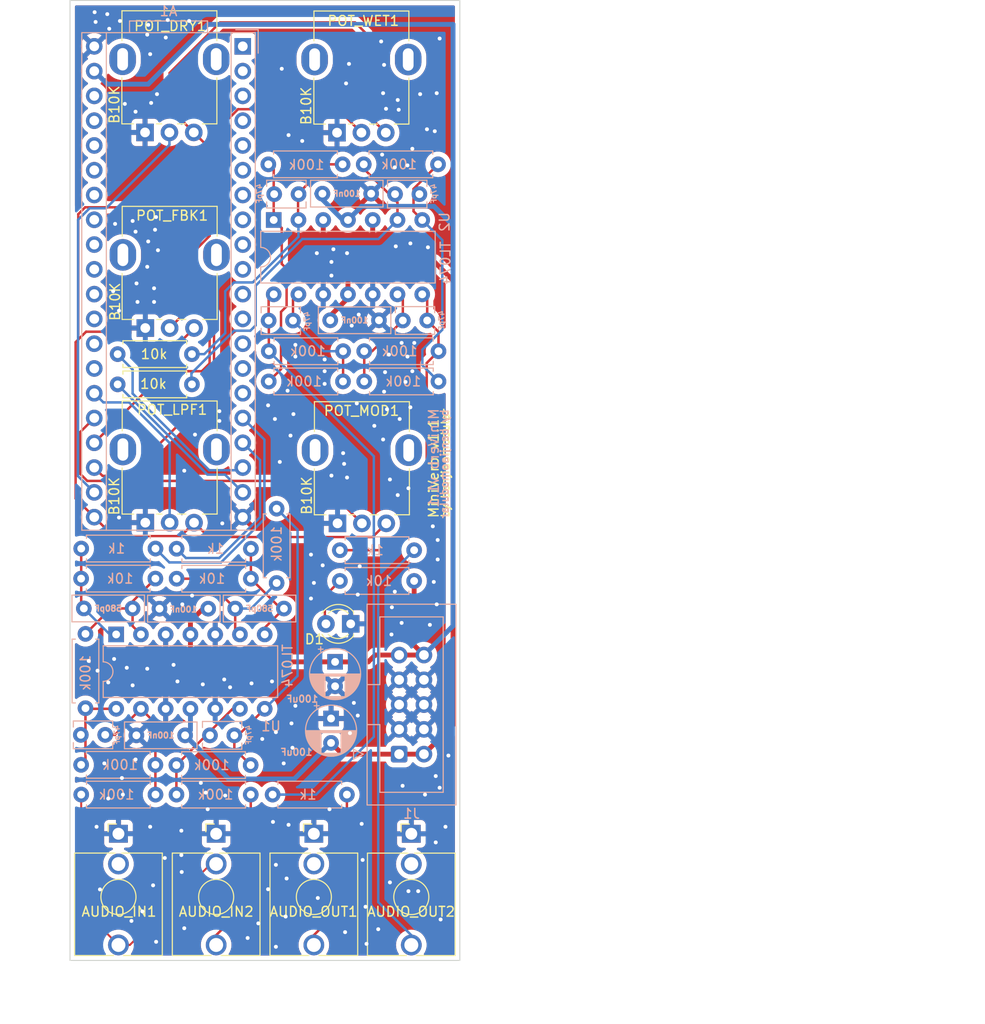
<source format=kicad_pcb>
(kicad_pcb (version 20211014) (generator pcbnew)
  (layers (0 "F.Cu" signal) (31 "B.Cu" signal) (34 "B.Paste" user) (35 "F.Paste" user) (36 "B.SilkS" user "B.Silkscreen") (37 "F.SilkS" user "F.Silkscreen") (38 "B.Mask" user) (39 "F.Mask" user) (44 "Edge.Cuts" user))
  (net 0 "")
  (net 1 "GND")
  (net 3 "Net-(AUDIO_IN1-PadT)")
  (net 4 "Net-(AUDIO_IN2-PadT)")
  (net 6 "Net-(AUDIO_OUT1-PadT)")
  (net 8 "Net-(AUDIO_OUT2-PadT)")
  (net 9 "Net-(C1-Pad2)")
  (net 10 "Net-(C1-Pad1)")
  (net 11 "Net-(C2-Pad2)")
  (net 12 "Net-(C2-Pad1)")
  (net 13 "Net-(C3-Pad1)")
  (net 14 "Net-(C4-Pad2)")
  (net 15 "Net-(C4-Pad1)")
  (net 16 "Net-(C5-Pad2)")
  (net 17 "Net-(C5-Pad1)")
  (net 18 "Net-(C6-Pad1)")
  (net 19 "Net-(C7-Pad2)")
  (net 20 "Net-(C7-Pad1)")
  (net 21 "Net-(C8-Pad1)")
  (net 22 "+12V")
  (net 23 "-12V")
  (net 24 "INT_AUDIO_OUT1")
  (net 25 "INT_AUDIO_IN1")
  (net 26 "INT_AUDIO_IN2")
  (net 27 "INT_AUDIO_OUT2")
  (net 28 "Net-(D1-Pad2)")
  (net 29 "3V3_A")
  (net 30 "DRY")
  (net 31 "FEEDBACK")
  (net 32 "LPF")
  (net 33 "MOD")
  (net 34 "WET")
  (net 35 "3V3_D")
  (net 62 "Net-(C3-Pad2)")
  (net 63 "Net-(C6-Pad2)")
  (net 64 "Net-(C8-Pad2)")
  (footprint "benjiaomodular:AudioJack_3.5mm" (layer "F.Cu") (at 99.995 135.414)
    (fp_text reference "AUDIO_OUT1")
    (fp_text value "MONO_JACK" hide)
  )
  (footprint "benjiaomodular:Potentiometer_RV09" (layer "F.Cu") (at 82.7 83.575 90)
    (fp_text reference "POT_FBK1")
    (fp_text value "B10K")
  )
  (footprint "benjiaomodular:Potentiometer_RV09" (layer "F.Cu") (at 82.675 63.525 90)
    (fp_text reference "POT_DRY1")
    (fp_text value "B10K")
  )
  (footprint "benjiaomodular:Resistor_L6.3mm_D2.5mm_P7.62mm_Horizontal" (layer "F.Cu") (at 87.485 86.25 180)
    (fp_text reference "R1")
    (fp_text value "10k")
  )
  (footprint "benjiaomodular:AudioJack_3.5mm" (layer "F.Cu") (at 89.971 135.414)
    (fp_text reference "AUDIO_IN2")
    (fp_text value "MONO_JACK" hide)
  )
  (footprint "benjiaomodular:AudioJack_3.5mm" (layer "F.Cu") (at 79.945 135.414)
    (fp_text reference "AUDIO_IN1")
    (fp_text value "MONO_JACK" hide)
  )
  (footprint "benjiaomodular:Potentiometer_RV09" (layer "F.Cu") (at 102.375 63.55 90)
    (fp_text reference "POT_WET1")
    (fp_text value "B10K")
  )
  (footprint "benjiaomodular:Potentiometer_RV09" (layer "F.Cu") (at 82.7 103.525 90)
    (fp_text reference "POT_LPF1")
    (fp_text value "B10K")
  )
  (footprint "benjiaomodular:AudioJack_3.5mm" (layer "F.Cu") (at 109.995 135.42)
    (fp_text reference "AUDIO_OUT2")
    (fp_text value "MONO_JACK" hide)
  )
  (footprint "benjiaomodular:Potentiometer_RV09" (layer "F.Cu") (at 102.425 103.596088 90)
    (fp_text reference "POT_MOD1")
    (fp_text value "B10K")
  )
  (footprint "benjiaomodular:Resistor_L6.3mm_D2.5mm_P7.62mm_Horizontal" (layer "F.Cu") (at 87.485 89.35 180)
    (fp_text reference "R16")
    (fp_text value "10k")
  )
  (footprint "LED_THT:LED_D3.0mm" (layer "F.Cu") (at 103.775 113.9 180)
    (fp_text reference "D1")
    (fp_text value "3mm_LED")
  )
  (footprint "benjiaomodular:Resistor_L6.3mm_D2.5mm_P7.62mm_Horizontal" (layer "B.Cu") (at 95.325 66.795)
    (fp_text reference "R3")
    (fp_text value "100k")
  )
  (footprint "benjiaomodular:Capacitor_Rect_L7.2mm_W2.5mm_P5.00mm" (layer "B.Cu") (at 76.395 112.32)
    (fp_text reference "C3")
    (fp_text value "580pF")
  )
  (footprint "benjiaomodular:Resistor_L6.3mm_D2.5mm_P7.62mm_Horizontal" (layer "B.Cu") (at 93.535 109.27 180)
    (fp_text reference "R14")
    (fp_text value "10k")
  )
  (footprint "Package_DIP:DIP-14_W7.62mm" (layer "B.Cu") (at 79.711088 114.984903 -90)
    (fp_text reference "U1")
    (fp_text value "TL074")
  )
  (footprint "benjiaomodular:Capacitor_Rect_L7.2mm_W2.5mm_P5.00mm" (layer "B.Cu") (at 106.675 82.78 180)
    (fp_text reference "C14")
    (fp_text value "100nF")
  )
  (footprint "benjiaomodular:Resistor_L6.3mm_D2.5mm_P7.62mm_Horizontal" (layer "B.Cu") (at 102.985 89.05 180)
    (fp_text reference "R6")
    (fp_text value "100k")
  )
  (footprint "benjiaomodular:Capacitor_Disc_D3.8mm_W2.6mm_P2.50mm" (layer "B.Cu") (at 91.836088 125.324903 180)
    (fp_text reference "C5")
    (fp_text value "47pF")
  )
  (footprint "benjiaomodular:Resistor_L6.3mm_D2.5mm_P7.62mm_Horizontal" (layer "B.Cu") (at 76.561088 114.924903 -90)
    (fp_text reference "R5")
    (fp_text value "100k")
  )
  (footprint "benjiaomodular:Resistor_L6.3mm_D2.5mm_P7.62mm_Horizontal" (layer "B.Cu") (at 93.511088 128.374903 180)
    (fp_text reference "R12")
    (fp_text value "100k")
  )
  (footprint "benjiaomodular:Resistor_L6.3mm_D2.5mm_P7.62mm_Horizontal" (layer "B.Cu") (at 95.375 85.95)
    (fp_text reference "R8")
    (fp_text value "100k")
  )
  (footprint "benjiaomodular:Capacitor_Disc_D3.8mm_W2.6mm_P2.50mm" (layer "B.Cu") (at 111.625 82.8 180)
    (fp_text reference "C8")
    (fp_text value "47pF")
  )
  (footprint "benjiaomodular:Resistor_L6.3mm_D2.5mm_P7.62mm_Horizontal" (layer "B.Cu") (at 83.745 106.18 180)
    (fp_text reference "R10")
    (fp_text value "1k")
  )
  (footprint "benjiaomodular:Capacitor_Disc_D3.8mm_W2.6mm_P2.50mm" (layer "B.Cu") (at 76.086088 125.274903)
    (fp_text reference "C2")
    (fp_text value "47pF")
  )
  (footprint "benjiaomodular:Resistor_L6.3mm_D2.5mm_P7.62mm_Horizontal" (layer "B.Cu") (at 96.175 109.71 90)
    (fp_text reference "R13")
    (fp_text value "100k")
  )
  (footprint "benjiaomodular:Resistor_L6.3mm_D2.5mm_P7.62mm_Horizontal" (layer "B.Cu") (at 85.915 106.2)
    (fp_text reference "R15")
    (fp_text value "1k")
  )
  (footprint "benjiaomodular:Resistor_L6.3mm_D2.5mm_P7.62mm_Horizontal" (layer "B.Cu") (at 76.116088 128.349903)
    (fp_text reference "R4")
    (fp_text value "100k")
  )
  (footprint "benjiaomodular:Resistor_L6.3mm_D2.5mm_P7.62mm_Horizontal" (layer "B.Cu") (at 76.115 109.26)
    (fp_text reference "R7")
    (fp_text value "10k")
  )
  (footprint "benjiaomodular:Resistor_L6.3mm_D2.5mm_P7.62mm_Horizontal" (layer "B.Cu") (at 103.385 131.4 180)
    (fp_text reference "R9")
    (fp_text value "1k")
  )
  (footprint "benjiaomodular:Capacitor_Radial_D5.0mm_P2.5mm" (layer "B.Cu") (at 102.175 117.794888 -90)
    (fp_text reference "C9")
    (fp_text value "100uF")
  )
  (footprint "benjiaomodular:Resistor_L6.3mm_D2.5mm_P7.62mm_Horizontal" (layer "B.Cu") (at 102.665 109.5)
    (fp_text reference "R21")
    (fp_text value "10k")
  )
  (footprint "benjiaomodular:Resistor_L6.3mm_D2.5mm_P7.62mm_Horizontal" (layer "B.Cu") (at 112.785 85.95 180)
    (fp_text reference "R19")
    (fp_text value "100k")
  )
  (footprint "benjiaomodular:Capacitor_Rect_L7.2mm_W2.5mm_P5.00mm" (layer "B.Cu") (at 96.925 112.33 180)
    (fp_text reference "C6")
    (fp_text value "580pF")
  )
  (footprint "benjiaomodular:Resistor_L6.3mm_D2.5mm_P7.62mm_Horizontal" (layer "B.Cu") (at 112.735 66.795 180)
    (fp_text reference "R17")
    (fp_text value "100k")
  )
  (footprint "benjiaomodular:Resistor_L6.3mm_D2.5mm_P7.62mm_Horizontal" (layer "B.Cu") (at 85.901088 131.399903)
    (fp_text reference "R11")
    (fp_text value "100k")
  )
  (footprint "benjiaomodular:Resistor_L6.3mm_D2.5mm_P7.62mm_Horizontal" (layer "B.Cu") (at 110.285 106.35 180)
    (fp_text reference "R20")
    (fp_text value "1k")
  )
  (footprint "benjiaomodular:Capacitor_Radial_D5.0mm_P2.5mm" (layer "B.Cu") (at 101.759 123.6 -90)
    (fp_text reference "C10")
    (fp_text value "100uF")
  )
  (footprint "benjiaomodular:Capacitor_Rect_L7.2mm_W2.5mm_P5.00mm" (layer "B.Cu") (at 100.875 69.8)
    (fp_text reference "C13")
    (fp_text value "100nF")
  )
  (footprint "Package_DIP:DIP-14_W7.62mm" (layer "B.Cu") (at 95.875 72.5 -90)
    (fp_text reference "U2")
    (fp_text value "TL074")
  )
  (footprint "Connector_IDC:IDC-Header_2x05_P2.54mm_Vertical" (layer "B.Cu") (at 108.7475 127.255)
    (fp_text reference "J1")
    (fp_text value "IDC_2x05")
  )
  (footprint "benjiaomodular:Capacitor_Rect_L7.2mm_W2.5mm_P5.00mm" (layer "B.Cu") (at 89.155 112.34 180)
    (fp_text reference "C11")
    (fp_text value "100nF")
  )
  (footprint "benjiaomodular:Capacitor_Disc_D3.8mm_W2.6mm_P2.50mm" (layer "B.Cu") (at 95.355 82.81)
    (fp_text reference "C4")
    (fp_text value "47pF")
  )
  (footprint "benjiaomodular:Capacitor_Rect_L7.2mm_W2.5mm_P5.00mm" (layer "B.Cu") (at 81.786088 125.324903)
    (fp_text reference "C12")
    (fp_text value "100nF")
  )
  (footprint "benjiaomodular:Capacitor_Disc_D3.8mm_W2.6mm_P2.50mm" (layer "B.Cu") (at 110.825 69.85 180)
    (fp_text reference "C7")
    (fp_text value "47pF")
  )
  (footprint "daisy-seed:Device_Audio_Electrosmith_Daisy_Seed" (layer "B.Cu") (at 92.7025 54.7 180)
    (fp_text reference "A1")
    (fp_text value "Device_Audio_Electrosmith_Daisy_Seed_Rev4")
  )
  (footprint "benjiaomodular:Resistor_L6.3mm_D2.5mm_P7.62mm_Horizontal" (layer "B.Cu") (at 105.165 89.05)
    (fp_text reference "R18")
    (fp_text value "100k")
  )
  (footprint "benjiaomodular:Resistor_L6.3mm_D2.5mm_P7.62mm_Horizontal" (layer "B.Cu") (at 83.746088 131.399903 180)
    (fp_text reference "R2")
    (fp_text value "100k")
  )
  (footprint "benjiaomodular:Capacitor_Disc_D3.8mm_W2.6mm_P2.50mm" (layer "B.Cu") (at 95.925 69.85)
    (fp_text reference "C1")
    (fp_text value "47pF")
  )
  (gr_line (start 74.975 148.4) (end 114.975 148.4) (layer "Edge.Cuts") (width 0.1))
  (gr_line (start 74.975 50) (end 74.975 148.4) (layer "Edge.Cuts") (width 0.1))
  (gr_line (start 114.975 148.4) (end 114.975 50) (layer "Edge.Cuts") (width 0.1))
  (gr_line (start 114.975 50) (end 74.975 50) (layer "Edge.Cuts") (width 0.1))
  (gr_text "MiniVerb v1.1" (at 112.3 96.9 90) (layer "B.SilkS") (effects (font (size 1 1)) (justify mirror)))
  (gr_text "by benjiaomodular" (at 113.4 97.5 -270) (layer "B.SilkS") (effects (font (size 0.8 0.8)) (justify mirror)))
  (gr_text "MiniVerb v1.1" (at 112.29 97.97 90) (layer "F.SilkS") (effects (font (size 1 1))))
  (gr_text "by benjiaomodular" (at 113.49 97.41 90) (layer "F.SilkS") (effects (font (size 0.8 0.8))))
  (via (at 78.8 51.4) (size 0.8) (drill 0.4) (layers "F.Cu" "B.Cu") (net 1))
  (via (at 95.7 119.8) (size 0.8) (drill 0.4) (layers "F.Cu" "B.Cu") (net 1))
  (via (at 112.6 59.5) (size 0.8) (drill 0.4) (layers "F.Cu" "B.Cu") (net 1))
  (via (at 108.7 61.2) (size 0.8) (drill 0.4) (layers "F.Cu" "B.Cu") (net 1))
  (via (at 104.7 108) (size 0.8) (drill 0.4) (layers "F.Cu" "B.Cu") (net 1))
  (via (at 87.2 52.1) (size 0.8) (drill 0.4) (layers "F.Cu" "B.Cu") (net 1))
  (via (at 109.9 91.7) (size 0.8) (drill 0.4) (layers "F.Cu" "B.Cu") (net 1))
  (via (at 89.1 132.9) (size 0.8) (drill 0.4) (layers "F.Cu" "B.Cu") (net 1))
  (via (at 83.2 55.5) (size 0.8) (drill 0.4) (layers "F.Cu" "B.Cu") (net 1))
  (via (at 113.5 134.7) (size 0.8) (drill 0.4) (layers "F.Cu" "B.Cu") (net 1))
  (via (at 86.7 145.1) (size 0.8) (drill 0.4) (layers "F.Cu" "B.Cu") (net 1))
  (via (at 86.434878 139.334878) (size 0.8) (drill 0.4) (layers "F.Cu" "B.Cu") (net 1))
  (via (at 86.4 137.6) (size 0.8) (drill 0.4) (layers "F.Cu" "B.Cu") (net 1))
  (via (at 81.7 61.4) (size 0.8) (drill 0.4) (layers "F.Cu" "B.Cu") (net 1))
  (via (at 82.9 118.5) (size 0.8) (drill 0.4) (layers "F.Cu" "B.Cu") (net 1))
  (via (at 109.4 89.1) (size 0.8) (drill 0.4) (layers "F.Cu" "B.Cu") (net 1))
  (via (at 82.9 53.5) (size 0.8) (drill 0.4) (layers "F.Cu" "B.Cu") (net 1))
  (via (at 104.9 134.4) (size 0.8) (drill 0.4) (layers "F.Cu" "B.Cu") (net 1))
  (via (at 97.3 90) (size 0.8) (drill 0.4) (layers "F.Cu" "B.Cu") (net 1))
  (via (at 96.5 97.3) (size 0.8) (drill 0.4) (layers "F.Cu" "B.Cu") (net 1))
  (via (at 111.6 63.2) (size 0.8) (drill 0.4) (layers "F.Cu" "B.Cu") (net 1))
  (via (at 112.6 111.9) (size 0.8) (drill 0.4) (layers "F.Cu" "B.Cu") (net 1))
  (via (at 99.7 106.8) (size 0.8) (drill 0.4) (layers "F.Cu" "B.Cu") (net 1))
  (via (at 108.6 100.7) (size 0.8) (drill 0.4) (layers "F.Cu" "B.Cu") (net 1))
  (via (at 97.4 134.5) (size 0.8) (drill 0.4) (layers "F.Cu" "B.Cu") (net 1))
  (via (at 108.3 67.1) (size 0.8) (drill 0.4) (layers "F.Cu" "B.Cu") (net 1))
  (via (at 83.5 140.7) (size 0.8) (drill 0.4) (layers "F.Cu" "B.Cu") (net 1))
  (via (at 93.6 120) (size 0.8) (drill 0.4) (layers "F.Cu" "B.Cu") (net 1))
  (via (at 107.4 61.1) (size 0.8) (drill 0.4) (layers "F.Cu" "B.Cu") (net 1))
  (via (at 110.9 59.6) (size 0.8) (drill 0.4) (layers "F.Cu" "B.Cu") (net 1))
  (via (at 86.5 111.9) (size 0.8) (drill 0.4) (layers "F.Cu" "B.Cu") (net 1))
  (via (at 81.8 79) (size 0.8) (drill 0.4) (layers "F.Cu" "B.Cu") (net 1))
  (via (at 77.7 134.7) (size 0.8) (drill 0.4) (layers "F.Cu" "B.Cu") (net 1))
  (via (at 83.9 59.6) (size 0.8) (drill 0.4) (layers "F.Cu" "B.Cu") (net 1))
  (via (at 110.7 141.3) (size 0.8) (drill 0.4) (layers "F.Cu" "B.Cu") (net 1))
  (via (at 100.3 75.9) (size 0.8) (drill 0.4) (layers "F.Cu" "B.Cu") (net 1))
  (via (at 101.1 88) (size 0.8) (drill 0.4) (layers "F.Cu" "B.Cu") (net 1))
  (via (at 96.9 128.2) (size 0.8) (drill 0.4) (layers "F.Cu" "B.Cu") (net 1))
  (via (at 109 85.1) (size 0.8) (drill 0.4) (layers "F.Cu" "B.Cu") (net 1))
  (via (at 109.6 86.5) (size 0.8) (drill 0.4) (layers "F.Cu" "B.Cu") (net 1))
  (via (at 84 75.6) (size 0.8) (drill 0.4) (layers "F.Cu" "B.Cu") (net 1))
  (via (at 78.05 141.12) (size 0.8) (drill 0.4) (layers "F.Cu" "B.Cu") (net 1))
  (via (at 81.28 144.35) (size 0.8) (drill 0.4) (layers "F.Cu" "B.Cu") (net 1))
  (via (at 111.9 114) (size 0.8) (drill 0.4) (layers "F.Cu" "B.Cu") (net 1))
  (via (at 94.3 144.6) (size 0.8) (drill 0.4) (layers "F.Cu" "B.Cu") (net 1))
  (via (at 88.9 131.2) (size 0.8) (drill 0.4) (layers "F.Cu" "B.Cu") (net 1))
  (via (at 106.2 93.6) (size 0.8) (drill 0.4) (layers "F.Cu" "B.Cu") (net 1))
  (via (at 80 103) (size 0.8) (drill 0.4) (layers "F.Cu" "B.Cu") (net 1))
  (via (at 97.6 94.6) (size 0.8) (drill 0.4) (layers "F.Cu" "B.Cu") (net 1))
  (via (at 86.7 98.2) (size 0.8) (drill 0.4) (layers "F.Cu" "B.Cu") (net 1))
  (via (at 98.1 86.5) (size 0.8) (drill 0.4) (layers "F.Cu" "B.Cu") (net 1))
  (via (at 90.8 119.6) (size 0.8) (drill 0.4) (layers "F.Cu" "B.Cu") (net 1))
  (via (at 112.5 136.3) (size 0.8) (drill 0.4) (layers "F.Cu" "B.Cu") (net 1))
  (via (at 111.7 75.3) (size 0.8) (drill 0.4) (layers "F.Cu" "B.Cu") (net 1))
  (via (at 110.1 65.2) (size 0.8) (drill 0.4) (layers "F.Cu" "B.Cu") (net 1))
  (via (at 112.7 107.3) (size 0.8) (drill 0.4) (layers "F.Cu" "B.Cu") (net 1))
  (via (at 101.8 78.2) (size 0.8) (drill 0.4) (layers "F.Cu" "B.Cu") (net 1))
  (via (at 82.397219 143.372538) (size 0.8) (drill 0.4) (layers "F.Cu" "B.Cu") (net 1))
  (via (at 101.6 132.9) (size 0.8) (drill 0.4) (layers "F.Cu" "B.Cu") (net 1))
  (via (at 107.7 86.3) (size 0.8) (drill 0.4) (layers "F.Cu" "B.Cu") (net 1))
  (via (at 112.3 109.6) (size 0.8) (drill 0.4) (layers "F.Cu" "B.Cu") (net 1))
  (via (at 106.9 54.2) (size 0.8) (drill 0.4) (layers "F.Cu" "B.Cu") (net 1))
  (via (at 105 138.1) (size 0.8) (drill 0.4) (layers "F.Cu" "B.Cu") (net 1))
  (via (at 95.8 134.2) (size 0.8) (drill 0.4) (layers "F.Cu" "B.Cu") (net 1))
  (via (at 80 81.8) (size 0.8) (drill 0.4) (layers "F.Cu" "B.Cu") (net 1))
  (via (at 81.7 127.8) (size 0.8) (drill 0.4) (layers "F.Cu" "B.Cu") (net 1))
  (via (at 81.4 72.6) (size 0.8) (drill 0.4) (layers "F.Cu" "B.Cu") (net 1))
  (via (at 81.7 73.7) (size 0.8) (drill 0.4) (layers "F.Cu" "B.Cu") (net 1))
  (via (at 97.4 63.8) (size 0.8) (drill 0.4) (layers "F.Cu" "B.Cu") (net 1))
  (via (at 112.5 129.5) (size 0.8) (drill 0.4) (layers "F.Cu" "B.Cu") (net 1))
  (via (at 107.2 56.6) (size 0.8) (drill 0.4) (layers "F.Cu" "B.Cu") (net 1))
  (via (at 97.2 140) (size 0.8) (drill 0.4) (layers "F.Cu" "B.Cu") (net 1))
  (via (at 113 144.2) (size 0.8) (drill 0.4) (layers "F.Cu" "B.Cu") (net 1))
  (via (at 108.6 60.2) (size 0.8) (drill 0.4) (layers "F.Cu" "B.Cu") (net 1))
  (via (at 85 52) (size 0.8) (drill 0.4) (layers "F.Cu" "B.Cu") (net 1))
  (via (at 86.4 135.1) (size 0.8) (drill 0.4) (layers "F.Cu" "B.Cu") (net 1))
  (via (at 107.3 88.1) (size 0.8) (drill 0.4) (layers "F.Cu" "B.Cu") (net 1))
  (via (at 78.5 128.2) (size 0.8) (drill 0.4) (layers "F.Cu" "B.Cu") (net 1))
  (via (at 83.8 72.2) (size 0.8) (drill 0.4) (layers "F.Cu" "B.Cu") (net 1))
  (via (at 80.1 52.1) (size 0.8) (drill 0.4) (layers "F.Cu" "B.Cu") (net 1))
  (via (at 105.4 146.7) (size 0.8) (drill 0.4) (layers "F.Cu" "B.Cu") (net 1))
  (via (at 107.1 59.5) (size 0.8) (drill 0.4) (layers "F.Cu" "B.Cu") (net 1))
  (via (at 105.3 142.9) (size 0.8) (drill 0.4) (layers "F.Cu" "B.Cu") (net 1))
  (via (at 103.4 75.9) (size 0.8) (drill 0.4) (layers "F.Cu" "B.Cu") (net 1))
  (via (at 80.4 131.4) (size 0.8) (drill 0.4) (layers "F.Cu" "B.Cu") (net 1))
  (via (at 77.8 118.7) (size 0.8) (drill 0.4) (layers "F.Cu" "B.Cu") (net 1))
  (via (at 83 74.7) (size 0.8) (drill 0.4) (layers "F.Cu" "B.Cu") (net 1))
  (via (at 107.960068 114.986771) (size 0.8) (drill 0.4) (layers "F.Cu" "B.Cu") (net 1))
  (via (at 101.1 86.8) (size 0.8) (drill 0.4) (layers "F.Cu" "B.Cu") (net 1))
  (via (at 112.4 63.4) (size 0.8) (drill 0.4) (layers "F.Cu" "B.Cu") (net 1))
  (via (at 96.1 125) (size 0.8) (drill 0.4) (layers "F.Cu" "B.Cu") (net 1))
  (via (at 88.4 130.2) (size 0.8) (drill 0.4) (layers "F.Cu" "B.Cu") (net 1))
  (via (at 104.5 110.9) (size 0.8) (drill 0.4) (layers "F.Cu" "B.Cu") (net 1))
  (via (at 109.6 66.9) (size 0.8) (drill 0.4) (layers "F.Cu" "B.Cu") (net 1))
  (via (at 107.2 90.1) (size 0.8) (drill 0.4) (layers "F.Cu" "B.Cu") (net 1))
  (via (at 79.4 79.8) (size 0.8) (drill 0.4) (layers "F.Cu" "B.Cu") (net 1))
  (via (at 96 92.9) (size 0.8) (drill 0.4) (layers "F.Cu" "B.Cu") (net 1))
  (via (at 96.1 147) (size 0.8) (drill 0.4) (layers "F.Cu" "B.Cu") (net 1))
  (via (at 98.8 64.4) (size 0.8) (drill 0.4) (layers "F.Cu" "B.Cu") (net 1))
  (via (at 80.3 129.7) (size 0.8) (drill 0.4) (layers "F.Cu" "B.Cu") (net 1))
  (via (at 77.5 51.2) (size 0.8) (drill 0.4) (layers "F.Cu" "B.Cu") (net 1))
  (via (at 77.6 52.2) (size 0.8) (drill 0.4) (layers "F.Cu" "B.Cu") (net 1))
  (via (at 95.3 91.5) (size 0.8) (drill 0.4) (layers "F.Cu" "B.Cu") (net 1))
  (via (at 78.9 131.8) (size 0.8) (drill 0.4) (layers "F.Cu" "B.Cu") (net 1))
  (via (at 86 119.8) (size 0.8) (drill 0.4) (layers "F.Cu" "B.Cu") (net 1))
  (via (at 107.8 99.1) (size 0.8) (drill 0.4) (layers "F.Cu" "B.Cu") (net 1))
  (via (at 79.5 117.5) (size 0.8) (drill 0.4) (layers "F.Cu" "B.Cu") (net 1))
  (via (at 97.1 143.9) (size 0.8) (drill 0.4) (layers "F.Cu" "B.Cu") (net 1))
  (via (at 96.7 57) (size 0.8) (drill 0.4) (layers "F.Cu" "B.Cu") (net 1))
  (via (at 97.8 126.6) (size 0.8) (drill 0.4) (layers "F.Cu" "B.Cu") (net 1))
  (via (at 82.9 77.3) (size 0.8) (drill 0.4) (layers "F.Cu" "B.Cu") (net 1))
  (via (at 109.1 130.5) (size 0.8) (drill 0.4) (layers "F.Cu" "B.Cu") (net 1))
  (via (at 81.4 120.2) (size 0.8) (drill 0.4) (layers "F.Cu" "B.Cu") (net 1))
  (via (at 84.7 137.9) (size 0.8) (drill 0.4) (layers "F.Cu" "B.Cu") (net 1))
  (via (at 101.1 89.3) (size 0.8) (drill 0.4) (layers "F.Cu" "B.Cu") (net 1))
  (via (at 108.8 92.9) (size 0.8) (drill 0.4) (layers "F.Cu" "B.Cu") (net 1))
  (via (at 90.6 103.6) (size 0.8) (drill 0.4) (layers "F.Cu" "B.Cu") (net 1))
  (via (at 100.9 107.9) (size 0.8) (drill 0.4) (layers "F.Cu" "B.Cu") (net 1))
  (via (at 76.9 117.7) (size 0.8) (drill 0.4) (layers "F.Cu" "B.Cu") (net 1))
  (via (at 101.8 76.8) (size 0.8) (drill 0.4) (layers "F.Cu" "B.Cu") (net 1))
  (via (at 103.7 125.1) (size 0.8) (drill 0.4) (layers "F.Cu" "B.Cu") (net 1))
  (via (at 83.3 60.5) (size 0.8) (drill 0.4) (layers "F.Cu" "B.Cu") (net 1))
  (via (at 108 112.2) (size 0.8) (drill 0.4) (layers "F.Cu" "B.Cu") (net 1))
  (via (at 110.3 85.1) (size 0.8) (drill 0.4) (layers "F.Cu" "B.Cu") (net 1))
  (via (at 97.7 124.1) (size 0.8) (drill 0.4) (layers "F.Cu" "B.Cu") (net 1))
  (via (at 112.2 103.9) (size 0.8) (drill 0.4) (layers "F.Cu" "B.Cu") (net 1))
  (via (at 100 109.7) (size 0.8) (drill 0.4) (layers "F.Cu" "B.Cu") (net 1))
  (via (at 83.2 134.7) (size 0.8) (drill 0.4) (layers "F.Cu" "B.Cu") (net 1))
  (via (at 108.4 75.2) (size 0.8) (drill 0.4) (layers "F.Cu" "B.Cu") (net 1))
  (via (at 83.81 146.49) (size 0.8) (drill 0.4) (layers "F.Cu" "B.Cu") (net 1))
  (via (at 83.6 80.9) (size 0.8) (drill 0.4) (layers "F.Cu" "B.Cu") (net 1))
  (via (at 113.8 127.4) (size 0.8) (drill 0.4) (layers "F.Cu" "B.Cu") (net 1))
  (via (at 83 52.5) (size 0.8) (drill 0.4) (layers "F.Cu" "B.Cu") (net 1))
  (via (at 110.1 88) (size 0.8) (drill 0.4) (layers "F.Cu" "B.Cu") (net 1))
  (via (at 107.5 91.9) (size 0.8) (drill 0.4) (layers "F.Cu" "B.Cu") (net 1))
  (via (at 80.6 60.6) (size 0.8) (drill 0.4) (layers "F.Cu" "B.Cu") (net 1))
  (via (at 90.3 92.1) (size 0.8) (drill 0.4) (layers "F.Cu" "B.Cu") (net 1))
  (via (at 104.6 82.2) (size 0.8) (drill 0.4) (layers "F.Cu" "B.Cu") (net 1))
  (via (at 79.6 72.9) (size 0.8) (drill 0.4) (layers "F.Cu" "B.Cu") (net 1))
  (via (at 90.9 131.5) (size 0.8) (drill 0.4) (layers "F.Cu" "B.Cu") (net 1))
  (via (at 104.1 122) (size 0.8) (drill 0.4) (layers "F.Cu" "B.Cu") (net 1))
  (via (at 94.7 125.7) (size 0.8) (drill 0.4) (layers "F.Cu" "B.Cu") (net 1))
  (via (at 84.8 53.8) (size 0.8) (drill 0.4) (layers "F.Cu" "B.Cu") (net 1))
  (via (at 103.1 97.5) (size 0.8) (drill 0.4) (layers "F.Cu" "B.Cu") (net 1))
  (via (at 103.878106 83.327556) (size 0.8) (drill 0.4) (layers "F.Cu" "B.Cu") (net 1))
  (via (at 85.6 118.1) (size 0.8) (drill 0.4) (layers "F.Cu" "B.Cu") (net 1))
  (via (at 112.9 130.7) (size 0.8) (drill 0.4) (layers "F.Cu" "B.Cu") (net 1))
  (via (at 103.6 56.5) (size 0.8) (drill 0.4) (layers "F.Cu" "B.Cu") (net 1))
  (via (at 104.5 123.3) (size 0.8) (drill 0.4) (layers "F.Cu" "B.Cu") (net 1))
  (via (at 83.7 73.5) (size 0.8) (drill 0.4) (layers "F.Cu" "B.Cu") (net 1))
  (via (at 106.6 145.2) (size 0.8) (drill 0.4) (layers "F.Cu" "B.Cu") (net 1))
  (via (at 81.9 80.9) (size 0.8) (drill 0.4) (layers "F.Cu" "B.Cu") (net 1))
  (via (at 103.2 145.5) (size 0.8) (drill 0.4) (layers "F.Cu" "B.Cu") (net 1))
  (via (at 101.8 98.7) (size 0.8) (drill 0.4) (layers "F.Cu" "B.Cu") (net 1))
  (via (at 107 65.8) (size 0.8) (drill 0.4) (layers "F.Cu" "B.Cu") (net 1))
  (via (at 107.1 95) (size 0.8) (drill 0.4) (layers "F.Cu" "B.Cu") (net 1))
  (via (at 103.4 98.9) (size 0.8) (drill 0.4) (layers "F.Cu" "B.Cu") (net 1))
  (via (at 99.7 111.3) (size 0.8) (drill 0.4) (layers "F.Cu" "B.Cu") (net 1))
  (via (at 103 96.4) (size 0.8) (drill 0.4) (layers "F.Cu" "B.Cu") (net 1))
  (via (at 107.8 140.4) (size 0.8) (drill 0.4) (layers "F.Cu" "B.Cu") (net 1))
  (via (at 97.9 92.4) (size 0.8) (drill 0.4) (layers "F.Cu" "B.Cu") (net 1))
  (via (at 112.9 53.9) (size 0.8) (drill 0.4) (layers "F.Cu" "B.Cu") (net 1))
  (via (at 87.5 111) (size 0.8) (drill 0.4) (layers "F.Cu" "B.Cu") (net 1))
  (via (at 80.8 118.4) (size 0.8) (drill 0.4) (layers "F.Cu" "B.Cu") (net 1))
  (via (at 104.4 91.3) (size 0.8) (drill 0.4) (layers "F.Cu" "B.Cu") (net 1))
  (via (at 109.7 141.3) (size 0.8) (drill 0.4) (layers "F.Cu" "B.Cu") (net 1))
  (via (at 98.1 122.3) (size 0.8) (drill 0.4) (layers "F.Cu" "B.Cu") (net 1))
  (via (at 93.2 146.1) (size 0.8) (drill 0.4) (layers "F.Cu" "B.Cu") (net 1))
  (via (at 78.9 119.9) (size 0.8) (drill 0.4) (layers "F.Cu" "B.Cu") (net 1))
  (via (at 83.6 79.5) (size 0.8) (drill 0.4) (layers "F.Cu" "B.Cu") (net 1))
  (via (at 112.7 105.3) (size 0.8) (drill 0.4) (layers "F.Cu" "B.Cu") (net 1))
  (via (at 98.1 85.3) (size 0.8) (drill 0.4) (layers "F.Cu" "B.Cu") (net 1))
  (via (at 100.4 142) (size 0.8) (drill 0.4) (layers "F.Cu" "B.Cu") (net 1))
  (via (at 103.3 58.5) (size 0.8) (drill 0.4) (layers "F.Cu" "B.Cu") (net 1))
  (via (at 90.3 93.1) (size 0.8) (drill 0.4) (layers "F.Cu" "B.Cu") (net 1))
  (via (at 79 52.9) (size 0.8) (drill 0.4) (layers "F.Cu" "B.Cu") (net 1))
  (via (at 109.9 74.9) (size 0.8) (drill 0.4) (layers "F.Cu" "B.Cu") (net 1))
  (via (at 108.3 110.6) (size 0.8) (drill 0.4) (layers "F.Cu" "B.Cu") (net 1))
  (via (at 109 113.8) (size 0.8) (drill 0.4) (layers "F.Cu" "B.Cu") (net 1))
  (via (at 95.3 141.1) (size 0.8) (drill 0.4) (layers "F.Cu" "B.Cu") (net 1))
  (via (at 111.4 131.4) (size 0.8) (drill 0.4) (layers "F.Cu" "B.Cu") (net 1))
  (via (at 91.4 120.4) (size 0.8) (drill 0.4) (layers "F.Cu" "B.Cu") (net 1))
  (via (at 88.6 120.1) (size 0.8) (drill 0.4) (layers "F.Cu" "B.Cu") (net 1))
  (via (at 109.7 100) (size 0.8) (drill 0.4) (layers "F.Cu" "B.Cu") (net 1))
  (via (at 102 75.5) (size 0.8) (drill 0.4) (layers "F.Cu" "B.Cu") (net 1))
  (via (at 96.1 138.6) (size 0.8) (drill 0.4) (layers "F.Cu" "B.Cu") (net 1))
  (via (at 87.8 94.5) (size 0.8) (drill 0.4) (layers "F.Cu" "B.Cu") (net 1))
  (segment (start 76.126088 131.399903) (end 76.126088 142.995088) (width 0.2) (layer "F.Cu") (net 3))
  (segment (start 89.416 138.514) (end 81.116 146.814) (width 0.2) (layer "F.Cu") (net 3))
  (segment (start 76.126088 142.995088) (end 79.945 146.814) (width 0.2) (layer "F.Cu") (net 3))
  (segment (start 89.971 138.514) (end 89.416 138.514) (width 0.2) (layer "F.Cu") (net 3))
  (segment (start 81.116 146.814) (end 79.945 146.814) (width 0.2) (layer "F.Cu") (net 3))
  (segment (start 93.521088 131.399903) (end 93.521088 142.261) (width 0.25) (layer "F.Cu") (net 4))
  (segment (start 93.521088 142.261) (end 89.971 145.811088) (width 0.25) (layer "F.Cu") (net 4))
  (segment (start 103.385 142.421088) (end 99.995 145.811088) (width 0.25) (layer "F.Cu") (net 6))
  (segment (start 103.385 131.4) (end 103.385 142.421088) (width 0.25) (layer "F.Cu") (net 6))
  (segment (start 106.599501 110.035499) (end 106.599501 142.421589) (width 0.25) (layer "B.Cu") (net 8))
  (segment (start 106.599501 142.421589) (end 109.995 145.817088) (width 0.25) (layer "B.Cu") (net 8))
  (segment (start 110.285 106.35) (end 106.599501 110.035499) (width 0.25) (layer "B.Cu") (net 8))
  (segment (start 98.375 69.8) (end 98.375 72.46) (width 0.25) (layer "F.Cu") (net 9))
  (segment (start 98.375 72.46) (end 98.415 72.5) (width 0.25) (layer "F.Cu") (net 9))
  (segment (start 101.38 66.795) (end 98.375 69.8) (width 0.25) (layer "F.Cu") (net 9))
  (segment (start 102.945 66.795) (end 101.38 66.795) (width 0.25) (layer "F.Cu") (net 9))
  (segment (start 90.9 79.8) (end 90.9 84.1) (width 0.25) (layer "B.Cu") (net 9))
  (segment (start 98.415 74.21) (end 93.725 78.9) (width 0.25) (layer "B.Cu") (net 9))
  (segment (start 98.415 72.5) (end 98.415 74.21) (width 0.25) (layer "B.Cu") (net 9))
  (segment (start 93.725 78.9) (end 91.8 78.9) (width 0.25) (layer "B.Cu") (net 9))
  (segment (start 90.9 84.1) (end 88.75 86.25) (width 0.25) (layer "B.Cu") (net 9))
  (segment (start 88.75 86.25) (end 87.435 86.25) (width 0.25) (layer "B.Cu") (net 9))
  (segment (start 91.8 78.9) (end 90.9 79.8) (width 0.25) (layer "B.Cu") (net 9))
  (segment (start 95.325 66.795) (end 95.875 67.345) (width 0.25) (layer "F.Cu") (net 10))
  (segment (start 96.625 87.79) (end 96.625 81.920284) (width 0.25) (layer "F.Cu") (net 10))
  (segment (start 95.875 67.345) (end 95.875 72.5) (width 0.25) (layer "F.Cu") (net 10))
  (segment (start 95.365 89.05) (end 96.625 87.79) (width 0.25) (layer "F.Cu") (net 10))
  (segment (start 97.2 81.345284) (end 97.2 77.5) (width 0.25) (layer "F.Cu") (net 10))
  (segment (start 96.7 73.325) (end 95.875 72.5) (width 0.25) (layer "F.Cu") (net 10))
  (segment (start 97.2 77.5) (end 96.7 77) (width 0.25) (layer "F.Cu") (net 10))
  (segment (start 96.625 81.920284) (end 97.2 81.345284) (width 0.25) (layer "F.Cu") (net 10))
  (segment (start 96.7 77) (end 96.7 73.325) (width 0.25) (layer "F.Cu") (net 10))
  (segment (start 82.251088 122.604903) (end 83.736088 124.089903) (width 0.25) (layer "F.Cu") (net 11))
  (segment (start 83.736088 128.349903) (end 83.736088 131.389903) (width 0.25) (layer "F.Cu") (net 11))
  (segment (start 79.581088 125.274903) (end 78.586088 125.274903) (width 0.25) (layer "F.Cu") (net 11))
  (segment (start 83.736088 124.089903) (end 83.736088 128.349903) (width 0.25) (layer "F.Cu") (net 11))
  (segment (start 82.251088 122.604903) (end 79.581088 125.274903) (width 0.25) (layer "F.Cu") (net 11))
  (segment (start 83.736088 131.389903) (end 83.746088 131.399903) (width 0.25) (layer "F.Cu") (net 11))
  (segment (start 79.711088 122.604903) (end 76.621088 122.604903) (width 0.25) (layer "F.Cu") (net 12))
  (segment (start 76.561088 122.544903) (end 76.561088 127.904903) (width 0.25) (layer "F.Cu") (net 12))
  (segment (start 76.621088 122.604903) (end 76.561088 122.544903) (width 0.25) (layer "F.Cu") (net 12))
  (segment (start 76.561088 127.904903) (end 76.116088 128.349903) (width 0.25) (layer "F.Cu") (net 12))
  (segment (start 76.125 106.18) (end 76.125 112.05) (width 0.25) (layer "F.Cu") (net 13))
  (segment (start 76.125 112.05) (end 76.395 112.32) (width 0.25) (layer "F.Cu") (net 13))
  (segment (start 76.395 112.32) (end 79.059903 114.984903) (width 0.25) (layer "B.Cu") (net 13))
  (segment (start 79.059903 114.984903) (end 79.711088 114.984903) (width 0.25) (layer "B.Cu") (net 13))
  (segment (start 98.415 80.12) (end 97.855 80.68) (width 0.25) (layer "F.Cu") (net 14))
  (segment (start 102.995 89.04) (end 102.985 89.05) (width 0.25) (layer "F.Cu") (net 14))
  (segment (start 102.995 85.95) (end 102.995 89.04) (width 0.25) (layer "F.Cu") (net 14))
  (segment (start 97.855 80.68) (end 97.855 82.81) (width 0.25) (layer "F.Cu") (net 14))
  (segment (start 97.855 82.81) (end 100.995 85.95) (width 0.25) (layer "B.Cu") (net 14))
  (segment (start 100.995 85.95) (end 102.995 85.95) (width 0.25) (layer "B.Cu") (net 14))
  (segment (start 95.375 85.95) (end 95.375 82.83) (width 0.25) (layer "F.Cu") (net 15))
  (segment (start 95.355 82.81) (end 95.355 80.64) (width 0.25) (layer "F.Cu") (net 15))
  (segment (start 95.355 80.64) (end 95.875 80.12) (width 0.25) (layer "F.Cu") (net 15))
  (segment (start 95.375 82.83) (end 95.355 82.81) (width 0.25) (layer "F.Cu") (net 15))
  (segment (start 106.15 96.725) (end 106.15 125.475) (width 0.25) (layer "B.Cu") (net 15))
  (segment (start 95.375 85.95) (end 106.15 96.725) (width 0.25) (layer "B.Cu") (net 15))
  (segment (start 100.225 131.4) (end 95.765 131.4) (width 0.25) (layer "B.Cu") (net 15))
  (segment (start 100.225 131.4) (end 106.15 125.475) (width 0.25) (layer "B.Cu") (net 15))
  (segment (start 85.891088 128.374903) (end 85.891088 131.389903) (width 0.25) (layer "F.Cu") (net 16))
  (segment (start 85.891088 131.389903) (end 85.901088 131.399903) (width 0.25) (layer "F.Cu") (net 16))
  (segment (start 85.891088 128.374903) (end 91.661088 122.604903) (width 0.25) (layer "F.Cu") (net 16))
  (segment (start 91.661088 122.604903) (end 92.411088 122.604903) (width 0.25) (layer "F.Cu") (net 16))
  (segment (start 91.836088 126.699903) (end 93.511088 128.374903) (width 0.25) (layer "F.Cu") (net 17))
  (segment (start 94.951088 122.604903) (end 92.231088 125.324903) (width 0.25) (layer "F.Cu") (net 17))
  (segment (start 91.836088 125.324903) (end 91.836088 126.699903) (width 0.25) (layer "F.Cu") (net 17))
  (segment (start 92.231088 125.324903) (end 91.836088 125.324903) (width 0.25) (layer "F.Cu") (net 17))
  (segment (start 98.325499 104.240499) (end 98.325499 119.230492) (width 0.25) (layer "B.Cu") (net 17))
  (segment (start 98.325499 119.230492) (end 94.951088 122.604903) (width 0.25) (layer "B.Cu") (net 17))
  (segment (start 96.175 102.09) (end 98.325499 104.240499) (width 0.25) (layer "B.Cu") (net 17))
  (segment (start 96.595 112.33) (end 96.925 112.33) (width 0.25) (layer "F.Cu") (net 18))
  (segment (start 93.535 109.27) (end 96.595 112.33) (width 0.25) (layer "F.Cu") (net 18))
  (segment (start 93.535 106.2) (end 93.535 109.27) (width 0.25) (layer "F.Cu") (net 18))
  (segment (start 96.925 112.33) (end 94.951088 114.303912) (width 0.25) (layer "F.Cu") (net 18))
  (segment (start 94.951088 114.303912) (end 94.951088 114.984903) (width 0.25) (layer "F.Cu") (net 18))
  (segment (start 108.575 72.5) (end 108.575 70.7) (width 0.25) (layer "F.Cu") (net 19))
  (segment (start 107.725 69.85) (end 105.115 67.24) (width 0.25) (layer "F.Cu") (net 19))
  (segment (start 108.575 70.7) (end 107.725 69.85) (width 0.25) (layer "F.Cu") (net 19))
  (segment (start 105.115 67.24) (end 105.115 66.795) (width 0.25) (layer "F.Cu") (net 19))
  (segment (start 106.625 74.45) (end 98.81069 74.45) (width 0.25) (layer "B.Cu") (net 19))
  (segment (start 91.80363 83.85) (end 87.435 88.21863) (width 0.25) (layer "B.Cu") (net 19))
  (segment (start 87.435 88.21863) (end 87.435 89.35) (width 0.25) (layer "B.Cu") (net 19))
  (segment (start 108.575 72.5) (end 106.625 74.45) (width 0.25) (layer "B.Cu") (net 19))
  (segment (start 98.81069 74.45) (end 94.025 79.23569) (width 0.25) (layer "B.Cu") (net 19))
  (segment (start 94.025 79.23569) (end 94.025 83.3) (width 0.25) (layer "B.Cu") (net 19))
  (segment (start 94.025 83.3) (end 93.475 83.85) (width 0.25) (layer "B.Cu") (net 19))
  (segment (start 93.475 83.85) (end 91.80363 83.85) (width 0.25) (layer "B.Cu") (net 19))
  (segment (start 112.735 66.795) (end 110.225 69.305) (width 0.25) (layer "F.Cu") (net 20))
  (segment (start 110.225 69.305) (end 110.225 69.85) (width 0.25) (layer "F.Cu") (net 20))
  (segment (start 110.225 71.61) (end 111.115 72.5) (width 0.25) (layer "F.Cu") (net 20))
  (segment (start 110.225 69.85) (end 110.225 71.61) (width 0.25) (layer "F.Cu") (net 20))
  (segment (start 111.125 85.8) (end 111.125 87.39) (width 0.25) (layer "B.Cu") (net 20))
  (segment (start 111.125 87.39) (end 112.785 89.05) (width 0.25) (layer "B.Cu") (net 20))
  (segment (start 111.115 72.5) (end 113.175 74.56) (width 0.25) (layer "B.Cu") (net 20))
  (segment (start 113.175 83.75) (end 111.125 85.8) (width 0.25) (layer "B.Cu") (net 20))
  (segment (start 113.175 74.56) (end 113.175 83.75) (width 0.25) (layer "B.Cu") (net 20))
  (segment (start 111.625 82.8) (end 112.785 83.96) (width 0.25) (layer "F.Cu") (net 21))
  (segment (start 111.575 102.65) (end 107.875 106.35) (width 0.25) (layer "F.Cu") (net 21))
  (segment (start 111.575 87.16) (end 111.575 102.65) (width 0.25) (layer "F.Cu") (net 21))
  (segment (start 107.875 106.35) (end 102.665 106.35) (width 0.25) (layer "F.Cu") (net 21))
  (segment (start 112.785 83.96) (end 112.785 85.95) (width 0.25) (layer "F.Cu") (net 21))
  (segment (start 111.115 80.12) (end 111.625 80.63) (width 0.25) (layer "F.Cu") (net 21))
  (segment (start 111.625 80.63) (end 111.625 82.8) (width 0.25) (layer "F.Cu") (net 21))
  (segment (start 112.785 85.95) (end 111.575 87.16) (width 0.25) (layer "F.Cu") (net 21))
  (segment (start 110.285 109.5) (end 110.285 116.0925) (width 0.5) (layer "F.Cu") (net 22))
  (segment (start 87.331088 116.756088) (end 88.369888 117.794888) (width 0.5) (layer "F.Cu") (net 22))
  (segment (start 111.2875 117.095) (end 106.28 117.095) (width 0.5) (layer "F.Cu") (net 22))
  (segment (start 106.28 117.095) (end 105.575 117.8) (width 0.5) (layer "F.Cu") (net 22))
  (segment (start 88.635 112.34) (end 87.331088 113.643912) (width 0.5) (layer "F.Cu") (net 22))
  (segment (start 110.285 116.0925) (end 111.2875 117.095) (width 0.5) (layer "F.Cu") (net 22))
  (segment (start 87.331088 114.984903) (end 87.331088 116.756088) (width 0.5) (layer "F.Cu") (net 22))
  (segment (start 87.331088 113.643912) (end 87.331088 114.984903) (width 0.5) (layer "F.Cu") (net 22))
  (segment (start 105.575 117.8) (end 102.180112 117.8) (width 0.5) (layer "F.Cu") (net 22))
  (segment (start 89.155 112.34) (end 88.635 112.34) (width 0.5) (layer "F.Cu") (net 22))
  (segment (start 88.369888 117.794888) (end 102.175 117.794888) (width 0.5) (layer "F.Cu") (net 22))
  (segment (start 114.275 52.45) (end 114.275 114.1075) (width 0.5) (layer "B.Cu") (net 22))
  (segment (start 84.600499 56.974501) (end 84.600499 56.962033) (width 0.5) (layer "B.Cu") (net 22))
  (segment (start 114.275 114.1075) (end 111.2875 117.095) (width 0.5) (layer "B.Cu") (net 22))
  (segment (start 114.275 73) (end 114.225 73) (width 0.5) (layer "B.Cu") (net 22))
  (segment (start 104.895 71.1) (end 103.495 72.5) (width 0.5) (layer "B.Cu") (net 22))
  (segment (start 112.325 71.1) (end 104.895 71.1) (width 0.5) (layer "B.Cu") (net 22))
  (segment (start 84.600499 56.962033) (end 89.112532 52.45) (width 0.5) (layer "B.Cu") (net 22))
  (segment (start 77.4625 57.24) (end 78.7975 58.575) (width 0.5) (layer "B.Cu") (net 22))
  (segment (start 78.7975 58.575) (end 83 58.575) (width 0.5) (layer "B.Cu") (net 22))
  (segment (start 89.112532 52.45) (end 114.275 52.45) (width 0.5) (layer "B.Cu") (net 22))
  (segment (start 114.225 73) (end 112.325 71.1) (width 0.5) (layer "B.Cu") (net 22))
  (segment (start 103.495 72.5) (end 102.975 72.5) (width 0.5) (layer "B.Cu") (net 22))
  (segment (start 83 58.575) (end 84.600499 56.974501) (width 0.5) (layer "B.Cu") (net 22))
  (segment (start 102.975 72.5) (end 100.275 69.8) (width 0.5) (layer "B.Cu") (net 22))
  (segment (start 103.495 80.12) (end 103.495 78.13) (width 0.5) (layer "F.Cu") (net 23))
  (segment (start 111.2875 127.255) (end 102.914 127.255) (width 0.5) (layer "F.Cu") (net 23))
  (segment (start 114.275 78.7) (end 114.275 124.2675) (width 0.5) (layer "F.Cu") (net 23))
  (segment (start 101.675 82.325) (end 101.675 82.78) (width 0.5) (layer "F.Cu") (net 23))
  (segment (start 104.875 76.75) (end 112.325 76.75) (width 0.5) (layer "F.Cu") (net 23))
  (segment (start 103.495 78.13) (end 104.875 76.75) (width 0.5) (layer "F.Cu") (net 23))
  (segment (start 112.325 76.75) (end 114.275 78.7) (width 0.5) (layer "F.Cu") (net 23))
  (segment (start 114.275 124.2675) (end 111.2875 127.255) (width 0.5) (layer "F.Cu") (net 23))
  (segment (start 102.914 127.255) (end 101.759 126.1) (width 0.5) (layer "F.Cu") (net 23))
  (segment (start 103.495 80.505) (end 101.675 82.325) (width 0.5) (layer "F.Cu") (net 23))
  (segment (start 103.495 80.31) (end 103.495 80.505) (width 0.5) (layer "F.Cu") (net 23))
  (segment (start 97.991 129.8) (end 91.261185 129.8) (width 0.5) (layer "B.Cu") (net 23))
  (segment (start 91.261185 129.8) (end 86.786088 125.324903) (width 0.5) (layer "B.Cu") (net 23))
  (segment (start 87.331088 124.779903) (end 86.786088 125.324903) (width 0.5) (layer "B.Cu") (net 23))
  (segment (start 87.331088 122.604903) (end 87.331088 124.779903) (width 0.5) (layer "B.Cu") (net 23))
  (segment (start 101.691 126.1) (end 97.991 129.8) (width 0.5) (layer "B.Cu") (net 23))
  (segment (start 89.261189 98.150499) (end 81.4 90.28931) (width 0.25) (layer "B.Cu") (net 24))
  (segment (start 92.432001 98.150499) (end 89.261189 98.150499) (width 0.25) (layer "B.Cu") (net 24))
  (segment (start 92.7025 97.88) (end 92.432001 98.150499) (width 0.25) (layer "B.Cu") (net 24))
  (segment (start 81.4 90.28931) (end 81.4 87.835) (width 0.25) (layer "B.Cu") (net 24))
  (segment (start 81.4 87.835) (end 79.815 86.25) (width 0.25) (layer "B.Cu") (net 24))
  (segment (start 94.924501 103.150499) (end 90.475 107.6) (width 0.25) (layer "B.Cu") (net 25))
  (segment (start 85.165 107.6) (end 83.745 106.18) (width 0.25) (layer "B.Cu") (net 25))
  (segment (start 94.924501 95.022001) (end 94.924501 103.150499) (width 0.25) (layer "B.Cu") (net 25))
  (segment (start 92.7025 92.8) (end 94.924501 95.022001) (width 0.25) (layer "B.Cu") (net 25))
  (segment (start 90.475 107.6) (end 85.165 107.6) (width 0.25) (layer "B.Cu") (net 25))
  (segment (start 94.475 102.96431) (end 94.475 97.1125) (width 0.25) (layer "B.Cu") (net 26))
  (segment (start 90.28931 107.15) (end 94.475 102.96431) (width 0.25) (layer "B.Cu") (net 26))
  (segment (start 86.865 107.15) (end 90.28931 107.15) (width 0.25) (layer "B.Cu") (net 26))
  (segment (start 85.915 106.2) (end 86.865 107.15) (width 0.25) (layer "B.Cu") (net 26))
  (segment (start 94.475 97.1125) (end 92.7025 95.34) (width 0.25) (layer "B.Cu") (net 26))
  (segment (start 89.075 98.6) (end 79.825 89.35) (width 0.25) (layer "B.Cu") (net 27))
  (segment (start 92.7025 100.42) (end 90.8825 98.6) (width 0.25) (layer "B.Cu") (net 27))
  (segment (start 90.8825 98.6) (end 89.075 98.6) (width 0.25) (layer "B.Cu") (net 27))
  (segment (start 102.665 109.5) (end 101.125 111.04) (width 0.25) (layer "F.Cu") (net 28))
  (segment (start 101.125 113.79) (end 101.16 113.825) (width 0.25) (layer "F.Cu") (net 28))
  (segment (start 101.125 111.04) (end 101.125 113.79) (width 0.25) (layer "F.Cu") (net 28))
  (segment (start 83.425 71.2) (end 88.8 65.825) (width 0.25) (layer "F.Cu") (net 29))
  (segment (start 75.550499 101.047999) (end 75.550499 85.024501) (width 0.25) (layer "F.Cu") (net 29))
  (segment (start 87.625 83.675) (end 87.625 83.575) (width 0.25) (layer "F.Cu") (net 29))
  (segment (start 86.35 104.9) (end 79.4025 104.9) (width 0.25) (layer "F.Cu") (net 29))
  (segment (start 85.2 61.05) (end 85.2 57.425) (width 0.25) (layer "F.Cu") (net 29))
  (segment (start 75.550499 85.024501) (end 76.625 83.95) (width 0.25) (layer "F.Cu") (net 29))
  (segment (start 107.425 103.596088) (end 106.021088 105) (width 0.25) (layer "F.Cu") (net 29))
  (segment (start 85.2 57.425) (end 90.375 52.25) (width 0.25) (layer "F.Cu") (net 29))
  (segment (start 79.925 83.95) (end 81.275 85.3) (width 0.25) (layer "F.Cu") (net 29))
  (segment (start 79.4025 104.9) (end 77.4625 102.96) (width 0.25) (layer "F.Cu") (net 29))
  (segment (start 87.675 63.525) (end 85.2 61.05) (width 0.25) (layer "F.Cu") (net 29))
  (segment (start 75.825 84.8) (end 75.825 71.9) (width 0.25) (layer "F.Cu") (net 29))
  (segment (start 104.225 52.25) (end 105.4 53.425) (width 0.25) (layer "F.Cu") (net 29))
  (segment (start 105.4 61.6) (end 107.375 63.575) (width 0.25) (layer "F.Cu") (net 29))
  (segment (start 106.021088 105) (end 89.2 105) (width 0.25) (layer "F.Cu") (net 29))
  (segment (start 86 85.3) (end 87.625 83.675) (width 0.25) (layer "F.Cu") (net 29))
  (segment (start 88.8 65.825) (end 88.8 64.65) (width 0.25) (layer "F.Cu") (net 29))
  (segment (start 88.8 64.65) (end 87.675 63.525) (width 0.25) (layer "F.Cu") (net 29))
  (segment (start 81.275 85.3) (end 86 85.3) (width 0.25) (layer "F.Cu") (net 29))
  (segment (start 76.525 71.2) (end 83.425 71.2) (width 0.25) (layer "F.Cu") (net 29))
  (segment (start 75.825 71.9) (end 76.525 71.2) (width 0.25) (layer "F.Cu") (net 29))
  (segment (start 105.4 53.425) (end 105.4 61.6) (width 0.25) (layer "F.Cu") (net 29))
  (segment (start 76.625 83.95) (end 79.925 83.95) (width 0.25) (layer "F.Cu") (net 29))
  (segment (start 89.2 105) (end 87.725 103.525) (width 0.25) (layer "F.Cu") (net 29))
  (segment (start 90.375 52.25) (end 104.225 52.25) (width 0.25) (layer "F.Cu") (net 29))
  (segment (start 87.725 103.525) (end 86.35 104.9) (width 0.25) (layer "F.Cu") (net 29))
  (segment (start 77.4625 102.96) (end 75.550499 101.047999) (width 0.25) (layer "F.Cu") (net 29))
  (segment (start 78.672792 71.3) (end 76.981506 71.3) (width 0.25) (layer "B.Cu") (net 30))
  (segment (start 85.175 63.525) (end 85.175 64.797792) (width 0.25) (layer "B.Cu") (net 30))
  (segment (start 75.8 98.7575) (end 77.4625 100.42) (width 0.25) (layer "B.Cu") (net 30))
  (segment (start 75.8 72.481506) (end 75.8 98.7575) (width 0.25) (layer "B.Cu") (net 30))
  (segment (start 76.981506 71.3) (end 75.8 72.481506) (width 0.25) (layer "B.Cu") (net 30))
  (segment (start 85.175 64.797792) (end 78.672792 71.3) (width 0.25) (layer "B.Cu") (net 30))
  (segment (start 88.6 82) (end 89.3 82.7) (width 0.25) (layer "F.Cu") (net 31))
  (segment (start 88.5 88) (end 84.8025 88) (width 0.25) (layer "F.Cu") (net 31))
  (segment (start 84.8025 88) (end 77.4625 95.34) (width 0.25) (layer "F.Cu") (net 31))
  (segment (start 89.3 87.2) (end 88.5 88) (width 0.25) (layer "F.Cu") (net 31))
  (segment (start 85.2 83.575) (end 86.775 82) (width 0.25) (layer "F.Cu") (net 31))
  (segment (start 86.775 82) (end 88.6 82) (width 0.25) (layer "F.Cu") (net 31))
  (segment (start 89.3 82.7) (end 89.3 87.2) (width 0.25) (layer "F.Cu") (net 31))
  (segment (start 85.2 95.361396) (end 81.038604 91.2) (width 0.25) (layer "B.Cu") (net 32))
  (segment (start 81.038604 91.2) (end 78.4 91.2) (width 0.25) (layer "B.Cu") (net 32))
  (segment (start 77.4625 90.2625) (end 77.4625 90.26) (width 0.25) (layer "B.Cu") (net 32))
  (segment (start 78.4 91.2) (end 77.4625 90.2625) (width 0.25) (layer "B.Cu") (net 32))
  (segment (start 85.2 103.525) (end 85.2 95.361396) (width 0.25) (layer "B.Cu") (net 32))
  (segment (start 76 98.5) (end 76 94.2625) (width 0.25) (layer "F.Cu") (net 33))
  (segment (start 100.573912 99.245) (end 76.745 99.245) (width 0.25) (layer "F.Cu") (net 33))
  (segment (start 104.925 103.596088) (end 100.573912 99.245) (width 0.25) (layer "F.Cu") (net 33))
  (segment (start 76 94.2625) (end 77.4625 92.8) (width 0.25) (layer "F.Cu") (net 33))
  (segment (start 76.745 99.245) (end 76 98.5) (width 0.25) (layer "F.Cu") (net 33))
  (segment (start 89.3 74.13205) (end 87.8 75.63205) (width 0.25) (layer "F.Cu") (net 34))
  (segment (start 104.875 63.55) (end 102.47 61.145) (width 0.25) (layer "F.Cu") (net 34))
  (segment (start 89.749501 82.049501) (end 89.749501 89.850499) (width 0.25) (layer "F.Cu") (net 34))
  (segment (start 92.215799 61.145) (end 89.3 64.060799) (width 0.25) (layer "F.Cu") (net 34))
  (segment (start 80.87 98.73) (end 78.3125 98.73) (width 0.25) (layer "F.Cu") (net 34))
  (segment (start 89.749501 89.850499) (end 80.87 98.73) (width 0.25) (layer "F.Cu") (net 34))
  (segment (start 102.47 61.145) (end 92.215799 61.145) (width 0.25) (layer "F.Cu") (net 34))
  (segment (start 78.3125 98.73) (end 77.4625 97.88) (width 0.25) (layer "F.Cu") (net 34))
  (segment (start 89.3 64.060799) (end 89.3 74.13205) (width 0.25) (layer "F.Cu") (net 34))
  (segment (start 87.8 75.63205) (end 87.8 80.1) (width 0.25) (layer "F.Cu") (net 34))
  (segment (start 87.8 80.1) (end 89.749501 82.049501) (width 0.25) (layer "F.Cu") (net 34))
  (segment (start 81.395 114.128815) (end 82.251088 114.984903) (width 0.25) (layer "F.Cu") (net 62))
  (segment (start 83.735 109.26) (end 81.395 111.6) (width 0.25) (layer "F.Cu") (net 62))
  (segment (start 81.395 112.32) (end 79.165991 112.32) (width 0.25) (layer "F.Cu") (net 62))
  (segment (start 79.165991 112.32) (end 76.561088 114.924903) (width 0.25) (layer "F.Cu") (net 62))
  (segment (start 81.395 111.6) (end 81.395 112.32) (width 0.25) (layer "F.Cu") (net 62))
  (segment (start 81.395 112.32) (end 81.395 114.128815) (width 0.25) (layer "F.Cu") (net 62))
  (segment (start 85.915 109.27) (end 88.865 109.27) (width 0.25) (layer "F.Cu") (net 63))
  (segment (start 88.865 109.27) (end 91.925 112.33) (width 0.25) (layer "F.Cu") (net 63))
  (segment (start 91.925 114.498815) (end 92.411088 114.984903) (width 0.25) (layer "F.Cu") (net 63))
  (segment (start 91.925 112.33) (end 91.925 114.498815) (width 0.25) (layer "F.Cu") (net 63))
  (segment (start 93.555 112.33) (end 91.925 112.33) (width 0.25) (layer "B.Cu") (net 63))
  (segment (start 96.175 109.71) (end 93.555 112.33) (width 0.25) (layer "B.Cu") (net 63))
  (segment (start 105.975 85.95) (end 109.125 82.8) (width 0.25) (layer "F.Cu") (net 64))
  (segment (start 105.165 85.95) (end 105.165 89.05) (width 0.25) (layer "F.Cu") (net 64))
  (segment (start 109.125 82.8) (end 109.125 80.67) (width 0.25) (layer "F.Cu") (net 64))
  (segment (start 105.165 85.95) (end 105.975 85.95) (width 0.25) (layer "F.Cu") (net 64))
  (segment (start 109.125 80.67) (end 108.575 80.12) (width 0.25) (layer "F.Cu") (net 64))
  (zone (net 1) (net_name "GND") (layer "F.Cu") (connect_pads (clearance 0.508)) (min_thickness 0.254) (fill yes (thermal_gap 0.508) (thermal_bridge_width 0.508))
    (polygon (pts (xy 114.475 147.9) (xy 75.475 147.9) (xy 75.475 50.5) (xy 114.475 50.5)))
  )
  (zone (net 1) (net_name "GND") (layer "B.Cu") (connect_pads (clearance 0.508)) (min_thickness 0.254) (fill yes (thermal_gap 0.508) (thermal_bridge_width 0.508))
    (polygon (pts (xy 114.475 147.9) (xy 75.475 147.9) (xy 75.475 50.5) (xy 114.475 50.5)))
  )
)
</source>
